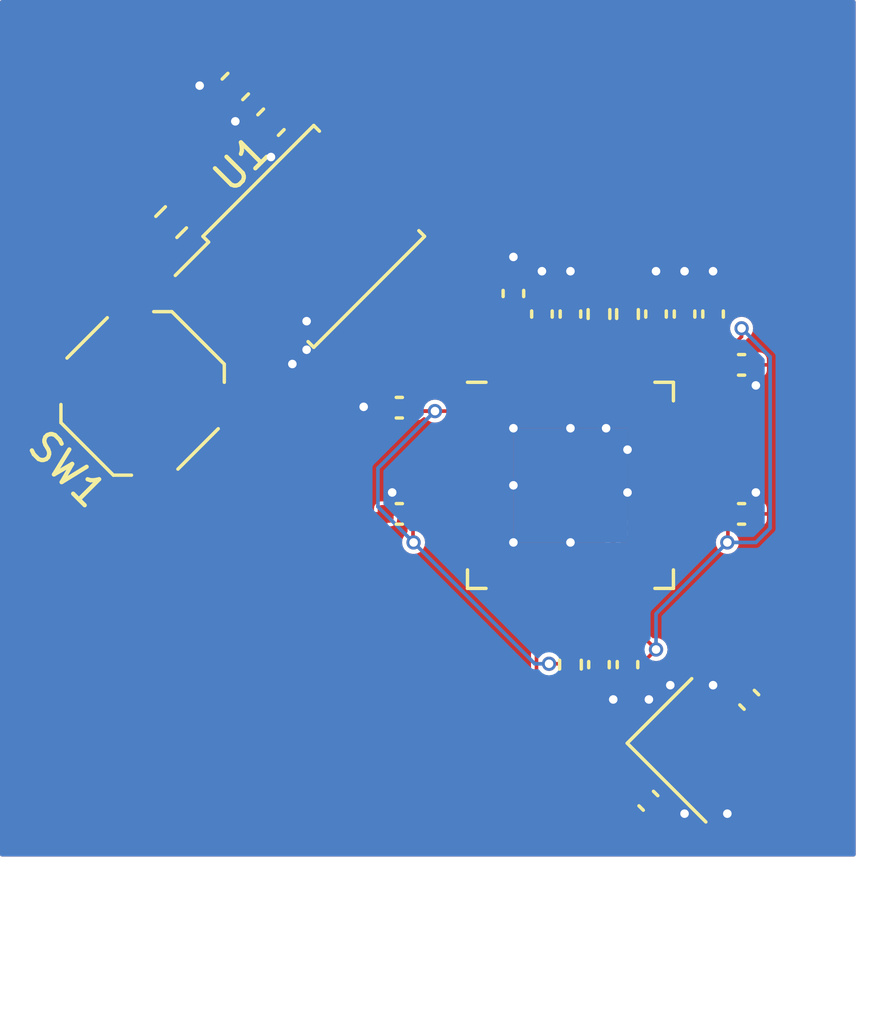
<source format=kicad_pcb>
(kicad_pcb (version 20221018) (generator pcbnew)
  (title_block (title "RP2040 Base") (date "2023-07-25") (rev "0.2") (company "https://github.com/TT-392/RP2040-base"))
  (layers (0 "F.Cu" signal) (31 "B.Cu" signal) (34 "B.Paste" user) (35 "F.Paste" user) (36 "B.SilkS" user "B.Silkscreen") (37 "F.SilkS" user "F.Silkscreen") (38 "B.Mask" user) (39 "F.Mask" user) (44 "Edge.Cuts" user))
  (net 0 "")
  (net 1 "/1V1")
  (net 2 "/VIN")
  (net 3 "/GND")
  (net 4 "/XIN")
  (net 5 "Net-(C32-Pad1)")
  (net 6 "Net-(U2-USB_DP)")
  (net 7 "/~{USB_BOOT}")
  (net 8 "/USB_D+")
  (net 9 "Net-(U2-USB_DM)")
  (net 10 "/USB_D-")
  (net 11 "/GPIO0")
  (net 12 "/QSPI_SS")
  (net 13 "/XOUT")
  (net 14 "/QSPI_SD1")
  (net 15 "/QSPI_SD2")
  (net 16 "/QSPI_SD0")
  (net 17 "/QSPI_SCLK")
  (net 18 "/QSPI_SD3")
  (net 19 "/GPIO1")
  (net 20 "/GPIO2")
  (net 21 "/GPIO3")
  (net 22 "/GPIO4")
  (net 23 "/GPIO5")
  (net 24 "/GPIO6")
  (net 25 "/GPIO7")
  (net 26 "/GPIO8")
  (net 27 "/GPIO9")
  (net 28 "/GPIO10")
  (net 29 "/GPIO11")
  (net 30 "/GPIO12")
  (net 31 "/GPIO13")
  (net 32 "/GPIO14")
  (net 33 "/GPIO15")
  (net 34 "/SWCLK")
  (net 35 "/SWD")
  (net 36 "/GPIO16")
  (net 37 "/GPIO17")
  (net 38 "/GPIO18")
  (net 39 "/GPIO19")
  (net 40 "/GPIO20")
  (net 41 "/GPIO21")
  (net 42 "/GPIO22")
  (net 43 "/GPIO23")
  (net 44 "/GPIO24")
  (net 45 "/GPIO25")
  (net 46 "/GPIO26_ADC0")
  (net 47 "/GPIO27_ADC1")
  (net 48 "/GPIO28_ADC2")
  (net 49 "/GPIO19_ADC3")
  (footprint "Capacitor_SMD:C_0402_1005Metric" (layer "F.Cu") (at 37.732233 48.047767 -45)
    (fp_text reference "C31" hide)
    (fp_text value "30p")
    (fp_line (start -0.107836 -0.36) (end 0.107836 -0.36) (stroke (width 0.12)) (layer "F.SilkS"))
    (fp_line (start -0.107836 0.36) (end 0.107836 0.36) (stroke (width 0.12)) (layer "F.SilkS"))
    (pad "1" smd roundrect (at -0.48 0 315) (size 0.56 0.62) (layers "F.Cu" "F.Paste" "F.Mask") (net 4 "/XIN"))
    (pad "2" smd roundrect (at 0.48 0 315) (size 0.56 0.62) (layers "F.Cu" "F.Paste" "F.Mask") (net 3 "/GND"))
  )
  (footprint "Capacitor_SMD:C_0603_1608Metric" (layer "F.Cu") (at 23.25 23.03 -135)
    (fp_text reference "C29" hide)
    (fp_text value "100n")
    (fp_line (start -0.14058 -0.51) (end 0.14058 -0.51) (stroke (width 0.12)) (layer "F.SilkS"))
    (fp_line (start -0.14058 0.51) (end 0.14058 0.51) (stroke (width 0.12)) (layer "F.SilkS"))
    (pad "1" smd roundrect (at -0.775 0 225) (size 0.9 0.95) (layers "F.Cu" "F.Paste" "F.Mask") (net 2 "/VIN"))
    (pad "2" smd roundrect (at 0.775 0 225) (size 0.9 0.95) (layers "F.Cu" "F.Paste" "F.Mask") (net 3 "/GND"))
  )
  (footprint "Capacitor_SMD:C_0402_1005Metric" (layer "F.Cu") (at 36 43.28 -90)
    (fp_text reference "C3" hide)
    (fp_text value "100n")
    (fp_line (start -0.107836 -0.36) (end 0.107836 -0.36) (stroke (width 0.12)) (layer "F.SilkS"))
    (fp_line (start -0.107836 0.36) (end 0.107836 0.36) (stroke (width 0.12)) (layer "F.SilkS"))
    (pad "1" smd roundrect (at -0.48 0 270) (size 0.56 0.62) (layers "F.Cu" "F.Paste" "F.Mask") (net 2 "/VIN"))
    (pad "2" smd roundrect (at 0.48 0 270) (size 0.56 0.62) (layers "F.Cu" "F.Paste" "F.Mask") (net 3 "/GND"))
  )
  (footprint "Capacitor_SMD:C_0603_1608Metric" (layer "F.Cu") (at 24.5 24.28 -135)
    (fp_text reference "C30" hide)
    (fp_text value "10n")
    (fp_line (start -0.14058 -0.51) (end 0.14058 -0.51) (stroke (width 0.12)) (layer "F.SilkS"))
    (fp_line (start -0.14058 0.51) (end 0.14058 0.51) (stroke (width 0.12)) (layer "F.SilkS"))
    (pad "1" smd roundrect (at -0.775 0 225) (size 0.9 0.95) (layers "F.Cu" "F.Paste" "F.Mask") (net 2 "/VIN"))
    (pad "2" smd roundrect (at 0.775 0 225) (size 0.9 0.95) (layers "F.Cu" "F.Paste" "F.Mask") (net 3 "/GND"))
  )
  (footprint "Capacitor_SMD:C_0402_1005Metric" (layer "F.Cu") (at 41 32.78)
    (fp_text reference "C1" hide)
    (fp_text value "100n")
    (fp_line (start -0.107836 -0.36) (end 0.107836 -0.36) (stroke (width 0.12)) (layer "F.SilkS"))
    (fp_line (start -0.107836 0.36) (end 0.107836 0.36) (stroke (width 0.12)) (layer "F.SilkS"))
    (pad "1" smd roundrect (at -0.48 0) (size 0.56 0.62) (layers "F.Cu" "F.Paste" "F.Mask") (net 2 "/VIN"))
    (pad "2" smd roundrect (at 0.48 0) (size 0.56 0.62) (layers "F.Cu" "F.Paste" "F.Mask") (net 3 "/GND"))
  )
  (footprint "Capacitor_SMD:C_0402_1005Metric" (layer "F.Cu") (at 34 31 90)
    (fp_text reference "C28" hide)
    (fp_text value "100n")
    (fp_line (start -0.107836 -0.36) (end 0.107836 -0.36) (stroke (width 0.12)) (layer "F.SilkS"))
    (fp_line (start -0.107836 0.36) (end 0.107836 0.36) (stroke (width 0.12)) (layer "F.SilkS"))
    (pad "1" smd roundrect (at -0.48 0 90) (size 0.56 0.62) (layers "F.Cu" "F.Paste" "F.Mask") (net 2 "/VIN"))
    (pad "2" smd roundrect (at 0.48 0 90) (size 0.56 0.62) (layers "F.Cu" "F.Paste" "F.Mask") (net 3 "/GND"))
  )
  (footprint "Resistor_SMD:R_0603_1608Metric" (layer "F.Cu") (at 21 27.78 -135)
    (fp_text reference "R8" hide)
    (fp_text value "1k")
    (fp_line (start -0.237258 -0.5225) (end 0.237258 -0.5225) (stroke (width 0.12)) (layer "F.SilkS"))
    (fp_line (start -0.237258 0.5225) (end 0.237258 0.5225) (stroke (width 0.12)) (layer "F.SilkS"))
    (pad "1" smd roundrect (at -0.825 0 225) (size 0.8 0.95) (layers "F.Cu" "F.Paste" "F.Mask") (net 12 "/QSPI_SS"))
    (pad "2" smd roundrect (at 0.825 0 225) (size 0.8 0.95) (layers "F.Cu" "F.Paste" "F.Mask") (net 7 "/~{USB_BOOT}"))
  )
  (footprint "Capacitor_SMD:C_0402_1005Metric" (layer "F.Cu") (at 29 38 180)
    (fp_text reference "C4" hide)
    (fp_text value "100n")
    (fp_line (start -0.107836 -0.36) (end 0.107836 -0.36) (stroke (width 0.12)) (layer "F.SilkS"))
    (fp_line (start -0.107836 0.36) (end 0.107836 0.36) (stroke (width 0.12)) (layer "F.SilkS"))
    (pad "1" smd roundrect (at -0.48 0 180) (size 0.56 0.62) (layers "F.Cu" "F.Paste" "F.Mask") (net 2 "/VIN"))
    (pad "2" smd roundrect (at 0.48 0 180) (size 0.56 0.62) (layers "F.Cu" "F.Paste" "F.Mask") (net 3 "/GND"))
  )
  (footprint "Crystal:Crystal_SMD_EuroQuartz_MT-4Pin_3.2x2.5mm" (layer "F.Cu") (at 39.5 46.28 -45)
    (fp_text reference "Y2" hide)
    (fp_text value "ECS-120-8-33-JGN-TR3")
    (fp_line (start -1.95 -1.6) (end -1.95 1.6) (stroke (width 0.12)) (layer "F.SilkS"))
    (fp_line (start -1.95 1.6) (end 1.95 1.6) (stroke (width 0.12)) (layer "F.SilkS"))
    (pad "1" smd rect (at -1.1 0.9 315) (size 1.3 1) (layers "F.Cu" "F.Paste" "F.Mask") (net 4 "/XIN"))
    (pad "2" smd rect (at 1.1 0.9 315) (size 1.3 1) (layers "F.Cu" "F.Paste" "F.Mask") (net 3 "/GND"))
    (pad "3" smd rect (at 1.1 -0.9 315) (size 1.3 1) (layers "F.Cu" "F.Paste" "F.Mask") (net 5 "Net-(C32-Pad1)"))
    (pad "4" smd rect (at -1.1 -0.9 315) (size 1.3 1) (layers "F.Cu" "F.Paste" "F.Mask") (net 3 "/GND"))
  )
  (footprint "RP2040_base:TS-1187A" (layer "F.Cu") (at 20 33.78 135)
    (fp_text reference "SW1" (at 0 -3.75 135) (layer "F.SilkS"))
    (fp_text value "SW_Push")
    (fp_line (start -2.75 -1) (end -2.75 1) (stroke (width 0.12)) (layer "F.SilkS"))
    (fp_line (start -1.75 -2.3) (end -1.3 -2.75) (stroke (width 0.12)) (layer "F.SilkS"))
    (fp_line (start -1.75 2.3) (end -1.3 2.75) (stroke (width 0.12)) (layer "F.SilkS"))
    (fp_line (start -1.3 -2.75) (end 1.3 -2.75) (stroke (width 0.12)) (layer "F.SilkS"))
    (fp_line (start -1.3 2.75) (end 1.3 2.75) (stroke (width 0.12)) (layer "F.SilkS"))
    (fp_line (start 1.75 -2.3) (end 1.3 -2.75) (stroke (width 0.12)) (layer "F.SilkS"))
    (fp_line (start 1.75 2.3) (end 1.3 2.75) (stroke (width 0.12)) (layer "F.SilkS"))
    (fp_line (start 2.75 -1) (end 2.75 1) (stroke (width 0.12)) (layer "F.SilkS"))
    (pad "1" smd rect (at -3 -1.875 135) (size 1 0.75) (layers "F.Cu" "F.Paste" "F.Mask") (net 3 "/GND"))
    (pad "1" smd rect (at 3 -1.875 135) (size 1 0.75) (layers "F.Cu" "F.Paste" "F.Mask") (net 3 "/GND"))
    (pad "2" smd rect (at -3 1.875 135) (size 1 0.75) (layers "F.Cu" "F.Paste" "F.Mask") (net 7 "/~{USB_BOOT}"))
    (pad "2" smd rect (at 3 1.875 135) (size 1 0.75) (layers "F.Cu" "F.Paste" "F.Mask") (net 7 "/~{USB_BOOT}"))
  )
  (footprint "Resistor_SMD:R_0402_1005Metric" (layer "F.Cu") (at 35 43.28 -90)
    (fp_text reference "R10" hide)
    (fp_text value "1k")
    (fp_line (start -0.153641 -0.38) (end 0.153641 -0.38) (stroke (width 0.12)) (layer "F.SilkS"))
    (fp_line (start -0.153641 0.38) (end 0.153641 0.38) (stroke (width 0.12)) (layer "F.SilkS"))
    (pad "1" smd roundrect (at -0.51 0 270) (size 0.54 0.64) (layers "F.Cu" "F.Paste" "F.Mask") (net 13 "/XOUT"))
    (pad "2" smd roundrect (at 0.51 0 270) (size 0.54 0.64) (layers "F.Cu" "F.Paste" "F.Mask") (net 5 "Net-(C32-Pad1)"))
  )
  (footprint "Resistor_SMD:R_0402_1005Metric" (layer "F.Cu") (at 37 31 -90)
    (fp_text reference "R7" hide)
    (fp_text value "27")
    (fp_line (start -0.153641 -0.38) (end 0.153641 -0.38) (stroke (width 0.12)) (layer "F.SilkS"))
    (fp_line (start -0.153641 0.38) (end 0.153641 0.38) (stroke (width 0.12)) (layer "F.SilkS"))
    (pad "1" smd roundrect (at -0.51 0 270) (size 0.54 0.64) (layers "F.Cu" "F.Paste" "F.Mask") (net 10 "/USB_D-"))
    (pad "2" smd roundrect (at 0.51 0 270) (size 0.54 0.64) (layers "F.Cu" "F.Paste" "F.Mask") (net 9 "Net-(U2-USB_DM)"))
  )
  (footprint "Capacitor_SMD:C_0402_1005Metric" (layer "F.Cu") (at 33 30.28 90)
    (fp_text reference "C19" hide)
    (fp_text value "100n")
    (fp_line (start -0.107836 -0.36) (end 0.107836 -0.36) (stroke (width 0.12)) (layer "F.SilkS"))
    (fp_line (start -0.107836 0.36) (end 0.107836 0.36) (stroke (width 0.12)) (layer "F.SilkS"))
    (pad "1" smd roundrect (at -0.48 0 90) (size 0.56 0.62) (layers "F.Cu" "F.Paste" "F.Mask") (net 1 "/1V1"))
    (pad "2" smd roundrect (at 0.48 0 90) (size 0.56 0.62) (layers "F.Cu" "F.Paste" "F.Mask") (net 3 "/GND"))
  )
  (footprint "Capacitor_SMD:C_0402_1005Metric" (layer "F.Cu") (at 39 31 90)
    (fp_text reference "C7" hide)
    (fp_text value "1u")
    (fp_line (start -0.107836 -0.36) (end 0.107836 -0.36) (stroke (width 0.12)) (layer "F.SilkS"))
    (fp_line (start -0.107836 0.36) (end 0.107836 0.36) (stroke (width 0.12)) (layer "F.SilkS"))
    (pad "1" smd roundrect (at -0.48 0 90) (size 0.56 0.62) (layers "F.Cu" "F.Paste" "F.Mask") (net 2 "/VIN"))
    (pad "2" smd roundrect (at 0.48 0 90) (size 0.56 0.62) (layers "F.Cu" "F.Paste" "F.Mask") (net 3 "/GND"))
  )
  (footprint "Package_SO:SOIC-8_5.275x5.275mm_P1.27mm" (layer "F.Cu") (at 26 28.28 45)
    (fp_text reference "U1" (at 0 -3.59 45) (layer "F.SilkS"))
    (fp_text value "W25Q16JV")
    (fp_line (start -2.7475 -2.7475) (end -2.7475 -2.465) (stroke (width 0.12)) (layer "F.SilkS"))
    (fp_line (start -2.7475 -2.465) (end -4.4 -2.465) (stroke (width 0.12)) (layer "F.SilkS"))
    (fp_line (start -2.7475 2.7475) (end -2.7475 2.465) (stroke (width 0.12)) (layer "F.SilkS"))
    (fp_line (start 0 -2.7475) (end -2.7475 -2.7475) (stroke (width 0.12)) (layer "F.SilkS"))
    (fp_line (start 0 -2.7475) (end 2.7475 -2.7475) (stroke (width 0.12)) (layer "F.SilkS"))
    (fp_line (start 0 2.7475) (end -2.7475 2.7475) (stroke (width 0.12)) (layer "F.SilkS"))
    (fp_line (start 0 2.7475) (end 2.7475 2.7475) (stroke (width 0.12)) (layer "F.SilkS"))
    (fp_line (start 2.7475 -2.7475) (end 2.7475 -2.465) (stroke (width 0.12)) (layer "F.SilkS"))
    (fp_line (start 2.7475 2.7475) (end 2.7475 2.465) (stroke (width 0.12)) (layer "F.SilkS"))
    (pad "1" smd roundrect (at -3.6 -1.905 45) (size 1.6 0.6) (layers "F.Cu" "F.Paste" "F.Mask") (net 12 "/QSPI_SS"))
    (pad "2" smd roundrect (at -3.6 -0.635 45) (size 1.6 0.6) (layers "F.Cu" "F.Paste" "F.Mask") (net 14 "/QSPI_SD1"))
    (pad "3" smd roundrect (at -3.6 0.635 45) (size 1.6 0.6) (layers "F.Cu" "F.Paste" "F.Mask") (net 15 "/QSPI_SD2"))
    (pad "4" smd roundrect (at -3.6 1.905 45) (size 1.6 0.6) (layers "F.Cu" "F.Paste" "F.Mask") (net 3 "/GND"))
    (pad "5" smd roundrect (at 3.6 1.905 45) (size 1.6 0.6) (layers "F.Cu" "F.Paste" "F.Mask") (net 16 "/QSPI_SD0"))
    (pad "6" smd roundrect (at 3.6 0.635 45) (size 1.6 0.6) (layers "F.Cu" "F.Paste" "F.Mask") (net 17 "/QSPI_SCLK"))
    (pad "7" smd roundrect (at 3.6 -0.635 45) (size 1.6 0.6) (layers "F.Cu" "F.Paste" "F.Mask") (net 18 "/QSPI_SD3"))
    (pad "8" smd roundrect (at 3.6 -1.905 45) (size 1.6 0.6) (layers "F.Cu" "F.Paste" "F.Mask") (net 2 "/VIN"))
  )
  (footprint "Capacitor_SMD:C_0402_1005Metric" (layer "F.Cu") (at 37 43.28 -90)
    (fp_text reference "C18" hide)
    (fp_text value "100n")
    (fp_line (start -0.107836 -0.36) (end 0.107836 -0.36) (stroke (width 0.12)) (layer "F.SilkS"))
    (fp_line (start -0.107836 0.36) (end 0.107836 0.36) (stroke (width 0.12)) (layer "F.SilkS"))
    (pad "1" smd roundrect (at -0.48 0 270) (size 0.56 0.62) (layers "F.Cu" "F.Paste" "F.Mask") (net 1 "/1V1"))
    (pad "2" smd roundrect (at 0.48 0 270) (size 0.56 0.62) (layers "F.Cu" "F.Paste" "F.Mask") (net 3 "/GND"))
  )
  (footprint "Capacitor_SMD:C_0402_1005Metric" (layer "F.Cu") (at 38 31 90)
    (fp_text reference "C6" hide)
    (fp_text value "1u")
    (fp_line (start -0.107836 -0.36) (end 0.107836 -0.36) (stroke (width 0.12)) (layer "F.SilkS"))
    (fp_line (start -0.107836 0.36) (end 0.107836 0.36) (stroke (width 0.12)) (layer "F.SilkS"))
    (pad "1" smd roundrect (at -0.48 0 90) (size 0.56 0.62) (layers "F.Cu" "F.Paste" "F.Mask") (net 1 "/1V1"))
    (pad "2" smd roundrect (at 0.48 0 90) (size 0.56 0.62) (layers "F.Cu" "F.Paste" "F.Mask") (net 3 "/GND"))
  )
  (footprint "Capacitor_SMD:C_0402_1005Metric" (layer "F.Cu") (at 41 38)
    (fp_text reference "C2" hide)
    (fp_text value "100n")
    (fp_line (start -0.107836 -0.36) (end 0.107836 -0.36) (stroke (width 0.12)) (layer "F.SilkS"))
    (fp_line (start -0.107836 0.36) (end 0.107836 0.36) (stroke (width 0.12)) (layer "F.SilkS"))
    (pad "1" smd roundrect (at -0.48 0) (size 0.56 0.62) (layers "F.Cu" "F.Paste" "F.Mask") (net 2 "/VIN"))
    (pad "2" smd roundrect (at 0.48 0) (size 0.56 0.62) (layers "F.Cu" "F.Paste" "F.Mask") (net 3 "/GND"))
  )
  (footprint "Package_DFN_QFN:QFN-56-1EP_7x7mm_P0.4mm_EP3.2x3.2mm" (layer "F.Cu") (at 35 37)
    (fp_text reference "U2" hide)
    (fp_text value "RP2040")
    (fp_line (start -3.61 3.61) (end -3.61 2.96) (stroke (width 0.12)) (layer "F.SilkS"))
    (fp_line (start -2.96 -3.61) (end -3.61 -3.61) (stroke (width 0.12)) (layer "F.SilkS"))
    (fp_line (start -2.96 3.61) (end -3.61 3.61) (stroke (width 0.12)) (layer "F.SilkS"))
    (fp_line (start 2.96 -3.61) (end 3.61 -3.61) (stroke (width 0.12)) (layer "F.SilkS"))
    (fp_line (start 2.96 3.61) (end 3.61 3.61) (stroke (width 0.12)) (layer "F.SilkS"))
    (fp_line (start 3.61 -3.61) (end 3.61 -2.96) (stroke (width 0.12)) (layer "F.SilkS"))
    (fp_line (start 3.61 3.61) (end 3.61 2.96) (stroke (width 0.12)) (layer "F.SilkS"))
    (pad "1" smd roundrect (at -3.4375 -2.6) (size 0.875 0.2) (layers "F.Cu" "F.Paste" "F.Mask") (net 2 "/VIN"))
    (pad "2" smd roundrect (at -3.4375 -2.2) (size 0.875 0.2) (layers "F.Cu" "F.Paste" "F.Mask") (net 11 "/GPIO0"))
    (pad "3" smd roundrect (at -3.4375 -1.8) (size 0.875 0.2) (layers "F.Cu" "F.Paste" "F.Mask") (net 19 "/GPIO1"))
    (pad "4" smd roundrect (at -3.4375 -1.4) (size 0.875 0.2) (layers "F.Cu" "F.Paste" "F.Mask") (net 20 "/GPIO2"))
    (pad "5" smd roundrect (at -3.4375 -1) (size 0.875 0.2) (layers "F.Cu" "F.Paste" "F.Mask") (net 21 "/GPIO3"))
    (pad "6" smd roundrect (at -3.4375 -0.6) (size 0.875 0.2) (layers "F.Cu" "F.Paste" "F.Mask") (net 22 "/GPIO4"))
    (pad "7" smd roundrect (at -3.4375 -0.2) (size 0.875 0.2) (layers "F.Cu" "F.Paste" "F.Mask") (net 23 "/GPIO5"))
    (pad "8" smd roundrect (at -3.4375 0.2) (size 0.875 0.2) (layers "F.Cu" "F.Paste" "F.Mask") (net 24 "/GPIO6"))
    (pad "9" smd roundrect (at -3.4375 0.6) (size 0.875 0.2) (layers "F.Cu" "F.Paste" "F.Mask") (net 25 "/GPIO7"))
    (pad "10" smd roundrect (at -3.4375 1) (size 0.875 0.2) (layers "F.Cu" "F.Paste" "F.Mask") (net 2 "/VIN"))
    (pad "11" smd roundrect (at -3.4375 1.4) (size 0.875 0.2) (layers "F.Cu" "F.Paste" "F.Mask") (net 26 "/GPIO8"))
    (pad "12" smd roundrect (at -3.4375 1.8) (size 0.875 0.2) (layers "F.Cu" "F.Paste" "F.Mask") (net 27 "/GPIO9"))
    (pad "13" smd roundrect (at -3.4375 2.2) (size 0.875 0.2) (layers "F.Cu" "F.Paste" "F.Mask") (net 28 "/GPIO10"))
    (pad "14" smd roundrect (at -3.4375 2.6) (size 0.875 0.2) (layers "F.Cu" "F.Paste" "F.Mask") (net 29 "/GPIO11"))
    (pad "15" smd roundrect (at -2.6 3.4375) (size 0.2 0.875) (layers "F.Cu" "F.Paste" "F.Mask") (net 30 "/GPIO12"))
    (pad "16" smd roundrect (at -2.2 3.4375) (size 0.2 0.875) (layers "F.Cu" "F.Paste" "F.Mask") (net 31 "/GPIO13"))
    (pad "17" smd roundrect (at -1.8 3.4375) (size 0.2 0.875) (layers "F.Cu" "F.Paste" "F.Mask") (net 32 "/GPIO14"))
    (pad "18" smd roundrect (at -1.4 3.4375) (size 0.2 0.875) (layers "F.Cu" "F.Paste" "F.Mask") (net 33 "/GPIO15"))
    (pad "19" smd roundrect (at -1 3.4375) (size 0.2 0.875) (layers "F.Cu" "F.Paste" "F.Mask") (net 3 "/GND"))
    (pad "20" smd roundrect (at -0.6 3.4375) (size 0.2 0.875) (layers "F.Cu" "F.Paste" "F.Mask") (net 4 "/XIN"))
    (pad "21" smd roundrect (at -0.2 3.4375) (size 0.2 0.875) (layers "F.Cu" "F.Paste" "F.Mask") (net 13 "/XOUT"))
    (pad "22" smd roundrect (at 0.2 3.4375) (size 0.2 0.875) (layers "F.Cu" "F.Paste" "F.Mask") (net 2 "/VIN"))
    (pad "23" smd roundrect (at 0.6 3.4375) (size 0.2 0.875) (layers "F.Cu" "F.Paste" "F.Mask") (net 1 "/1V1"))
    (pad "24" smd roundrect (at 1 3.4375) (size 0.2 0.875) (layers "F.Cu" "F.Paste" "F.Mask") (net 34 "/SWCLK"))
    (pad "25" smd roundrect (at 1.4 3.4375) (size 0.2 0.875) (layers "F.Cu" "F.Paste" "F.Mask") (net 35 "/SWD"))
    (pad "26" smd roundrect (at 1.8 3.4375) (size 0.2 0.875) (layers "F.Cu" "F.Paste" "F.Mask") (net 2 "/VIN"))
    (pad "27" smd roundrect (at 2.2 3.4375) (size 0.2 0.875) (layers "F.Cu" "F.Paste" "F.Mask") (net 36 "/GPIO16"))
    (pad "28" smd roundrect (at 2.6 3.4375) (size 0.2 0.875) (layers "F.Cu" "F.Paste" "F.Mask") (net 37 "/GPIO17"))
    (pad "29" smd roundrect (at 3.4375 2.6) (size 0.875 0.2) (layers "F.Cu" "F.Paste" "F.Mask") (net 38 "/GPIO18"))
    (pad "30" smd roundrect (at 3.4375 2.2) (size 0.875 0.2) (layers "F.Cu" "F.Paste" "F.Mask") (net 39 "/GPIO19"))
    (pad "31" smd roundrect (at 3.4375 1.8) (size 0.875 0.2) (layers "F.Cu" "F.Paste" "F.Mask") (net 40 "/GPIO20"))
    (pad "32" smd roundrect (at 3.4375 1.4) (size 0.875 0.2) (layers "F.Cu" "F.Paste" "F.Mask") (net 41 "/GPIO21"))
    (pad "33" smd roundrect (at 3.4375 1) (size 0.875 0.2) (layers "F.Cu" "F.Paste" "F.Mask") (net 2 "/VIN"))
    (pad "34" smd roundrect (at 3.4375 0.6) (size 0.875 0.2) (layers "F.Cu" "F.Paste" "F.Mask") (net 42 "/GPIO22"))
    (pad "35" smd roundrect (at 3.4375 0.2) (size 0.875 0.2) (layers "F.Cu" "F.Paste" "F.Mask") (net 43 "/GPIO23"))
    (pad "36" smd roundrect (at 3.4375 -0.2) (size 0.875 0.2) (layers "F.Cu" "F.Paste" "F.Mask") (net 44 "/GPIO24"))
    (pad "37" smd roundrect (at 3.4375 -0.6) (size 0.875 0.2) (layers "F.Cu" "F.Paste" "F.Mask") (net 45 "/GPIO25"))
    (pad "38" smd roundrect (at 3.4375 -1) (size 0.875 0.2) (layers "F.Cu" "F.Paste" "F.Mask") (net 46 "/GPIO26_ADC0"))
    (pad "39" smd roundrect (at 3.4375 -1.4) (size 0.875 0.2) (layers "F.Cu" "F.Paste" "F.Mask") (net 47 "/GPIO27_ADC1"))
    (pad "40" smd roundrect (at 3.4375 -1.8) (size 0.875 0.2) (layers "F.Cu" "F.Paste" "F.Mask") (net 48 "/GPIO28_ADC2"))
    (pad "41" smd roundrect (at 3.4375 -2.2) (size 0.875 0.2) (layers "F.Cu" "F.Paste" "F.Mask") (net 49 "/GPIO19_ADC3"))
    (pad "42" smd roundrect (at 3.4375 -2.6) (size 0.875 0.2) (layers "F.Cu" "F.Paste" "F.Mask") (net 2 "/VIN"))
    (pad "43" smd roundrect (at 2.6 -3.4375) (size 0.2 0.875) (layers "F.Cu" "F.Paste" "F.Mask") (net 2 "/VIN"))
    (pad "44" smd roundrect (at 2.2 -3.4375) (size 0.2 0.875) (layers "F.Cu" "F.Paste" "F.Mask") (net 2 "/VIN"))
    (pad "45" smd roundrect (at 1.8 -3.4375) (size 0.2 0.875) (layers "F.Cu" "F.Paste" "F.Mask") (net 1 "/1V1"))
    (pad "46" smd roundrect (at 1.4 -3.4375) (size 0.2 0.875) (layers "F.Cu" "F.Paste" "F.Mask") (net 9 "Net-(U2-USB_DM)"))
    (pad "47" smd roundrect (at 1 -3.4375) (size 0.2 0.875) (layers "F.Cu" "F.Paste" "F.Mask") (net 6 "Net-(U2-USB_DP)"))
    (pad "48" smd roundrect (at 0.6 -3.4375) (size 0.2 0.875) (layers "F.Cu" "F.Paste" "F.Mask") (net 2 "/VIN"))
    (pad "49" smd roundrect (at 0.2 -3.4375) (size 0.2 0.875) (layers "F.Cu" "F.Paste" "F.Mask") (net 2 "/VIN"))
    (pad "50" smd roundrect (at -0.2 -3.4375) (size 0.2 0.875) (layers "F.Cu" "F.Paste" "F.Mask") (net 1 "/1V1"))
    (pad "51" smd roundrect (at -0.6 -3.4375) (size 0.2 0.875) (layers "F.Cu" "F.Paste" "F.Mask") (net 18 "/QSPI_SD3"))
    (pad "52" smd roundrect (at -1 -3.4375) (size 0.2 0.875) (layers "F.Cu" "F.Paste" "F.Mask") (net 17 "/QSPI_SCLK"))
    (pad "53" smd roundrect (at -1.4 -3.4375) (size 0.2 0.875) (layers "F.Cu" "F.Paste" "F.Mask") (net 16 "/QSPI_SD0"))
    (pad "54" smd roundrect (at -1.8 -3.4375) (size 0.2 0.875) (layers "F.Cu" "F.Paste" "F.Mask") (net 15 "/QSPI_SD2"))
    (pad "55" smd roundrect (at -2.2 -3.4375) (size 0.2 0.875) (layers "F.Cu" "F.Paste" "F.Mask") (net 14 "/QSPI_SD1"))
    (pad "56" smd roundrect (at -2.6 -3.4375) (size 0.2 0.875) (layers "F.Cu" "F.Paste" "F.Mask") (net 12 "/QSPI_SS"))
    (pad "57" smd rect (at 0 0) (size 3.2 3.2) (layers "F.Cu" "F.Mask") (net 3 "/GND"))
  )
  (footprint "Capacitor_SMD:C_0402_1005Metric" (layer "F.Cu") (at 35 31 90)
    (fp_text reference "C9" hide)
    (fp_text value "100n")
    (fp_line (start -0.107836 -0.36) (end 0.107836 -0.36) (stroke (width 0.12)) (layer "F.SilkS"))
    (fp_line (start -0.107836 0.36) (end 0.107836 0.36) (stroke (width 0.12)) (layer "F.SilkS"))
    (pad "1" smd roundrect (at -0.48 0 90) (size 0.56 0.62) (layers "F.Cu" "F.Paste" "F.Mask") (net 2 "/VIN"))
    (pad "2" smd roundrect (at 0.48 0 90) (size 0.56 0.62) (layers "F.Cu" "F.Paste" "F.Mask") (net 3 "/GND"))
  )
  (footprint "Capacitor_SMD:C_0402_1005Metric" (layer "F.Cu") (at 40 31 90)
    (fp_text reference "C8" hide)
    (fp_text value "100n")
    (fp_line (start -0.107836 -0.36) (end 0.107836 -0.36) (stroke (width 0.12)) (layer "F.SilkS"))
    (fp_line (start -0.107836 0.36) (end 0.107836 0.36) (stroke (width 0.12)) (layer "F.SilkS"))
    (pad "1" smd roundrect (at -0.48 0 90) (size 0.56 0.62) (layers "F.Cu" "F.Paste" "F.Mask") (net 2 "/VIN"))
    (pad "2" smd roundrect (at 0.48 0 90) (size 0.56 0.62) (layers "F.Cu" "F.Paste" "F.Mask") (net 3 "/GND"))
  )
  (footprint "Capacitor_SMD:C_0402_1005Metric" (layer "F.Cu") (at 29 34.28 180)
    (fp_text reference "C5" hide)
    (fp_text value "100n")
    (fp_line (start -0.107836 -0.36) (end 0.107836 -0.36) (stroke (width 0.12)) (layer "F.SilkS"))
    (fp_line (start -0.107836 0.36) (end 0.107836 0.36) (stroke (width 0.12)) (layer "F.SilkS"))
    (pad "1" smd roundrect (at -0.48 0 180) (size 0.56 0.62) (layers "F.Cu" "F.Paste" "F.Mask") (net 2 "/VIN"))
    (pad "2" smd roundrect (at 0.48 0 180) (size 0.56 0.62) (layers "F.Cu" "F.Paste" "F.Mask") (net 3 "/GND"))
  )
  (footprint "Capacitor_SMD:C_0402_1005Metric" (layer "F.Cu") (at 41.267767 44.512233 135)
    (fp_text reference "C32" hide)
    (fp_text value "30p")
    (fp_line (start -0.107836 -0.36) (end 0.107836 -0.36) (stroke (width 0.12)) (layer "F.SilkS"))
    (fp_line (start -0.107836 0.36) (end 0.107836 0.36) (stroke (width 0.12)) (layer "F.SilkS"))
    (pad "1" smd roundrect (at -0.48 0 135) (size 0.56 0.62) (layers "F.Cu" "F.Paste" "F.Mask") (net 5 "Net-(C32-Pad1)"))
    (pad "2" smd roundrect (at 0.48 0 135) (size 0.56 0.62) (layers "F.Cu" "F.Paste" "F.Mask") (net 3 "/GND"))
  )
  (footprint "Resistor_SMD:R_0402_1005Metric" (layer "F.Cu") (at 36 31 -90)
    (fp_text reference "R6" hide)
    (fp_text value "27")
    (fp_line (start -0.153641 -0.38) (end 0.153641 -0.38) (stroke (width 0.12)) (layer "F.SilkS"))
    (fp_line (start -0.153641 0.38) (end 0.153641 0.38) (stroke (width 0.12)) (layer "F.SilkS"))
    (pad "1" smd roundrect (at -0.51 0 270) (size 0.54 0.64) (layers "F.Cu" "F.Paste" "F.Mask") (net 8 "/USB_D+"))
    (pad "2" smd roundrect (at 0.51 0 270) (size 0.54 0.64) (layers "F.Cu" "F.Paste" "F.Mask") (net 6 "Net-(U2-USB_DP)"))
  )
  (segment (start 36.8 33.940118) (end 36.549618 34.1905) (width 0.127) (layer "F.Cu") (net 1))
  (segment (start 34.8 33.167982) (end 34.8 33.5625) (width 0.127) (layer "F.Cu") (net 1))
  (segment (start 36.8 33.5625) (end 36.8 33.940118) (width 0.127) (layer "F.Cu") (net 1))
  (segment (start 35.6 41.4) (end 35.6 40.4375) (width 0.127) (layer "F.Cu") (net 1))
  (segment (start 33 30.76) (end 33 31.367982) (width 0.127) (layer "F.Cu") (net 1))
  (segment (start 37.5 38) (end 37.5 35.140882) (width 0.127) (layer "F.Cu") (net 1))
  (segment (start 33 31.367982) (end 34.8 33.167982) (width 0.127) (layer "F.Cu") (net 1))
  (segment (start 36.549618 34.1905) (end 35.050382 34.1905) (width 0.127) (layer "F.Cu") (net 1))
  (segment (start 35.6 40.4375) (end 35.6 39.9) (width 0.127) (layer "F.Cu") (net 1))
  (segment (start 38 31.48) (end 36.8 32.68) (width 0.127) (layer "F.Cu") (net 1))
  (segment (start 35.6 39.9) (end 37.5 38) (width 0.127) (layer "F.Cu") (net 1))
  (segment (start 35.050382 34.1905) (end 34.8 33.940118) (width 0.127) (layer "F.Cu") (net 1))
  (segment (start 37.5 35.140882) (end 36.549618 34.1905) (width 0.127) (layer "F.Cu") (net 1))
  (segment (start 36.8 32.68) (end 36.8 33.5625) (width 0.127) (layer "F.Cu") (net 1))
  (segment (start 37 42.8) (end 35.6 41.4) (width 0.127) (layer "F.Cu") (net 1))
  (segment (start 34.8 33.940118) (end 34.8 33.5625) (width 0.127) (layer "F.Cu") (net 1))
  (segment (start 29.5 39) (end 29.48 38.98) (width 0.127) (layer "F.Cu") (net 2))
  (segment (start 38.2 32.28) (end 38 32.28) (width 0.127) (layer "F.Cu") (net 2))
  (segment (start 40.52 32.78) (end 40.52 32.27) (width 0.127) (layer "F.Cu") (net 2))
  (segment (start 38 32.78) (end 37.6 33.18) (width 0.127) (layer "F.Cu") (net 2))
  (segment (start 37.4795 43.2705) (end 36.4705 43.2705) (width 0.127) (layer "F.Cu") (net 2))
  (segment (start 27.585923 24) (end 27.198546 24.387377) (width 0.127) (layer "F.Cu") (net 2))
  (segment (start 36 42.8) (end 35.2 42) (width 0.127) (layer "F.Cu") (net 2))
  (segment (start 38.5295 31.0095) (end 39 31.48) (width 0.127) (layer "F.Cu") (net 2))
  (segment (start 35 31.78) (end 35.6 32.38) (width 0.127) (layer "F.Cu") (net 2))
  (segment (start 38.4375 34.4) (end 38.9 34.4) (width 0.127) (layer "F.Cu") (net 2))
  (segment (start 39.5 38) (end 38.4375 38) (width 0.127) (layer "F.Cu") (net 2))
  (segment (start 34.02 31.5) (end 34.98 31.5) (width 0.127) (layer "F.Cu") (net 2))
  (segment (start 29.48 38.98) (end 29.48 38) (width 0.127) (layer "F.Cu") (net 2))
  (segment (start 35.55 43.25) (end 34.25 43.25) (width 0.127) (layer "F.Cu") (net 2))
  (segment (start 29.6 34.4) (end 29.48 34.28) (width 0.127) (layer "F.Cu") (net 2))
  (segment (start 40.52 38) (end 40.52 38.98) (width 0.127) (layer "F.Cu") (net 2))
  (segment (start 40 31.75) (end 40.52 32.27) (width 0.127) (layer "F.Cu") (net 2))
  (segment (start 39.5 38) (end 40.52 38) (width 0.127) (layer "F.Cu") (net 2))
  (segment (start 34 31.78) (end 35.2 32.98) (width 0.127) (layer "F.Cu") (net 2))
  (segment (start 35.02 31.48) (end 35.4905 31.0095) (width 0.127) (layer "F.Cu") (net 2))
  (segment (start 36.4705 43.2705) (end 36 42.8) (width 0.127) (layer "F.Cu") (net 2))
  (segment (start 40 31.48) (end 40 31.75) (width 0.127) (layer "F.Cu") (net 2))
  (segment (start 39 31.48) (end 40 31.48) (width 0.127) (layer "F.Cu") (net 2))
  (segment (start 40.52 32.27) (end 41 31.79) (width 0.127) (layer "F.Cu") (net 2))
  (segment (start 37.2 33.08) (end 37.2 33.5625) (width 0.127) (layer "F.Cu") (net 2))
  (segment (start 38.9 34.4) (end 40.52 32.78) (width 0.127) (layer "F.Cu") (net 2))
  (segment (start 38 42.75) (end 36.8 41.55) (width 0.127) (layer "F.Cu") (net 2))
  (segment (start 38 32.28) (end 37.2 33.08) (width 0.127) (layer "F.Cu") (net 2))
  (segment (start 34.98 31.5) (end 35 31.48) (width 0.127) (layer "F.Cu") (net 2))
  (segment (start 40.52 38.98) (end 40.5 39) (width 0.127) (layer "F.Cu") (net 2))
  (segment (start 29.48 38) (end 31.5625 38) (width 0.127) (layer "F.Cu") (net 2))
  (segment (start 38 42.75) (end 37.4795 43.2705) (width 0.127) (layer "F.Cu") (net 2))
  (segment (start 35 31.48) (end 35.02 31.48) (width 0.127) (layer "F.Cu") (net 2))
  (segment (start 28.93842 24) (end 27.585923 24) (width 0.127) (layer "F.Cu") (net 2))
  (segment (start 29.48 38) (end 29.48 37.919639) (width 0.127) (layer "F.Cu") (net 2))
  (segment (start 40 31.48) (end 38.7 32.78) (width 0.127) (layer "F.Cu") (net 2))
  (segment (start 34 31.48) (end 34 31.78) (width 0.127) (layer "F.Cu") (net 2))
  (segment (start 36.8 41.55) (end 36.8 40.4375) (width 0.127) (layer "F.Cu") (net 2))
  (segment (start 33.5 28.56158) (end 28.93842 24) (width 0.127) (layer "F.Cu") (net 2))
  (segment (start 33.5 30.98) (end 33.5 28.56158) (width 0.127) (layer "F.Cu") (net 2))
  (segment (start 30.25 34.4) (end 29.6 34.4) (width 0.127) (layer "F.Cu") (net 2))
  (segment (start 35 31.48) (end 35 31.78) (width 0.127) (layer "F.Cu") (net 2))
  (segment (start 35.2 32.98) (end 35.2 33.5625) (width 0.127) (layer "F.Cu") (net 2))
  (segment (start 31.5625 34.4) (end 29.6 34.4) (width 0.127) (layer "F.Cu") (net 2))
  (segment (start 26.096016 24.78) (end 26.805923 24.78) (width 0.127) (layer "F.Cu") (net 2))
  (segment (start 38.7 32.78) (end 38 32.78) (width 0.127) (layer "F.Cu") (net 2))
  (segment (start 39 31.48) (end 38.2 32.28) (width 0.127) (layer "F.Cu") (net 2))
  (segment (start 36 42.8) (end 35.55 43.25) (width 0.127) (layer "F.Cu") (net 2))
  (segment (start 35.2 42) (end 35.2 40.4375) (width 0.127) (layer "F.Cu") (net 2))
  (segment (start 26.805923 24.78) (end 27.198546 24.387377) (width 0.127) (layer "F.Cu") (net 2))
  (segment (start 35.6 32.38) (end 35.6 33.5625) (width 0.127) (layer "F.Cu") (net 2))
  (segment (start 37.6 33.18) (end 37.6 33.5625) (width 0.127) (layer "F.Cu") (net 2))
  (segment (start 34 31.48) (end 33.5 30.98) (width 0.127) (layer "F.Cu") (net 2))
  (segment (start 41 31.79) (end 41 31.5) (width 0.127) (layer "F.Cu") (net 2))
  (segment (start 23.798008 22.481992) (end 26.096016 24.78) (width 0.127) (layer "F.Cu") (net 2))
  (segment (start 34 31.48) (end 34.02 31.5) (width 0.127) (layer "F.Cu") (net 2))
  (segment (start 35.4905 31.0095) (end 38.5295 31.0095) (width 0.127) (layer "F.Cu") (net 2))
  (via (at 29.5 39) (size 0.5) (drill 0.3) (layers "F.Cu" "B.Cu") (net 2))
  (via (at 34.25 43.25) (size 0.5) (drill 0.3) (layers "F.Cu" "B.Cu") (net 2))
  (via (at 40.5 39) (size 0.5) (drill 0.3) (layers "F.Cu" "B.Cu") (net 2))
  (via (at 41 31.5) (size 0.5) (drill 0.3) (layers "F.Cu" "B.Cu") (net 2))
  (via (at 30.25 34.4) (size 0.5) (drill 0.3) (layers "F.Cu" "B.Cu") (net 2))
  (via (at 38 42.75) (size 0.5) (drill 0.3) (layers "F.Cu" "B.Cu") (net 2))
  (segment (start 42 38.5) (end 42 32.5) (width 0.127) (layer "B.Cu") (net 2))
  (segment (start 42 32.5) (end 41 31.5) (width 0.127) (layer "B.Cu") (net 2))
  (segment (start 29.5 39) (end 28.25 37.75) (width 0.127) (layer "B.Cu") (net 2))
  (segment (start 41.5 39) (end 42 38.5) (width 0.127) (layer "B.Cu") (net 2))
  (segment (start 28.25 37.75) (end 28.25 36.4) (width 0.127) (layer "B.Cu") (net 2))
  (segment (start 38 41.5) (end 38 42.75) (width 0.127) (layer "B.Cu") (net 2))
  (segment (start 40.5 39) (end 41.5 39) (width 0.127) (layer "B.Cu") (net 2))
  (segment (start 29.5 39) (end 33.75 43.25) (width 0.127) (layer "B.Cu") (net 2))
  (segment (start 28.25 36.4) (end 30.25 34.4) (width 0.127) (layer "B.Cu") (net 2))
  (segment (start 33.75 43.25) (end 34.25 43.25) (width 0.127) (layer "B.Cu") (net 2))
  (segment (start 40.5 39) (end 38 41.5) (width 0.127) (layer "B.Cu") (net 2))
  (via (at 38 29.5) (size 0.5) (drill 0.3) (layers "F.Cu" "B.Cu") (net 3))
  (via (at 28.75 37.25) (size 0.5) (drill 0.3) (layers "F.Cu" "B.Cu") (net 3))
  (via (at 37 37.25) (size 0.5) (drill 0.3) (layers "F.Cu" "B.Cu") (net 3))
  (via (at 33 29) (size 0.5) (drill 0.3) (layers "F.Cu" "B.Cu") (net 3))
  (via (at 35 35) (size 0.5) (drill 0.3) (layers "F.Cu" "B.Cu") (net 3))
  (via (at 36.25 35) (size 0.5) (drill 0.3) (layers "F.Cu" "B.Cu") (net 3))
  (via (at 25.25 32.75) (size 0.5) (drill 0.3) (layers "F.Cu" "B.Cu") (net 3))
  (via (at 40 29.5) (size 0.5) (drill 0.3) (layers "F.Cu" "B.Cu") (net 3))
  (via (at 41.5 37.25) (size 0.5) (drill 0.3) (layers "F.Cu" "B.Cu") (net 3))
  (via (at 37.75 44.5) (size 0.5) (drill 0.3) (layers "F.Cu" "B.Cu") (net 3))
  (via (at 33 37) (size 0.5) (drill 0.3) (layers "F.Cu" "B.Cu") (net 3))
  (via (at 33 35) (size 0.5) (drill 0.3) (layers "F.Cu" "B.Cu") (net 3))
  (via (at 34 29.5) (size 0.5) (drill 0.3) (layers "F.Cu" "B.Cu") (net 3))
  (via (at 25.75 31.25) (size 0.5) (drill 0.3) (layers "F.Cu" "B.Cu") (net 3))
  (via (at 35 39) (size 0.5) (drill 0.3) (layers "F.Cu" "B.Cu") (net 3))
  (via (at 35 29.5) (size 0.5) (drill 0.3) (layers "F.Cu" "B.Cu") (net 3))
  (via (at 41.5 33.5) (size 0.5) (drill 0.3) (layers "F.Cu" "B.Cu") (net 3))
  (via (at 25.75 32.25) (size 0.5) (drill 0.3) (layers "F.Cu" "B.Cu") (net 3))
  (via (at 22 23) (size 0.5) (drill 0.3) (layers "F.Cu" "B.Cu") (net 3))
  (via (at 38.5 44) (size 0.5) (drill 0.3) (layers "F.Cu" "B.Cu") (net 3))
  (via (at 27.75 34.25) (size 0.5) (drill 0.3) (layers "F.Cu" "B.Cu") (net 3))
  (via (at 37 35.75) (size 0.5) (drill 0.3) (layers "F.Cu" "B.Cu") (net 3))
  (via (at 40 44) (size 0.5) (drill 0.3) (layers "F.Cu" "B.Cu") (net 3))
  (via (at 23.25 24.25) (size 0.5) (drill 0.3) (layers "F.Cu" "B.Cu") (net 3))
  (via (at 39 48.5) (size 0.5) (drill 0.3) (layers "F.Cu" "B.Cu") (net 3))
  (via (at 36.5 44.5) (size 0.5) (drill 0.3) (layers "F.Cu" "B.Cu") (net 3))
  (via (at 39 29.5) (size 0.5) (drill 0.3) (layers "F.Cu" "B.Cu") (net 3))
  (via (at 40.5 48.5) (size 0.5) (drill 0.3) (layers "F.Cu" "B.Cu") (net 3))
  (via (at 24.5 25.5) (size 0.5) (drill 0.3) (layers "F.Cu" "B.Cu") (net 3))
  (via (at 33 39) (size 0.5) (drill 0.3) (layers "F.Cu" "B.Cu") (net 3))
  (segment (start 38.085786 46.138579) (end 35.888579 46.138579) (width 0.127) (layer "F.Cu") (net 4))
  (segment (start 35.888579 46.138579) (end 33.8095 44.0595) (width 0.127) (layer "F.Cu") (net 4))
  (segment (start 33.8095 42.9405) (end 34.4 42.35) (width 0.127) (layer "F.Cu") (net 4))
  (segment (start 38.085786 47.015392) (end 38.085786 46.138579) (width 0.127) (layer "F.Cu") (net 4))
  (segment (start 33.8095 44.0595) (end 33.8095 42.9405) (width 0.127) (layer "F.Cu") (net 4))
  (segment (start 34.4 42.35) (end 34.4 40.4375) (width 0.127) (layer "F.Cu") (net 4))
  (segment (start 37.392822 47.708356) (end 38.085786 47.015392) (width 0.127) (layer "F.Cu") (net 4))
  (segment (start 39.937698 46.421421) (end 40.914214 46.421421) (width 0.127) (layer "F.Cu") (net 5))
  (segment (start 35 43.79) (end 36.21 45) (width 0.127) (layer "F.Cu") (net 5))
  (segment (start 38.516277 45) (end 39.937698 46.421421) (width 0.127) (layer "F.Cu") (net 5))
  (segment (start 40.178822 46.28) (end 41.607178 44.851644) (width 0.127) (layer "F.Cu") (net 5))
  (segment (start 36.21 45) (end 38.516277 45) (width 0.127) (layer "F.Cu") (net 5))
  (segment (start 36 31.51) (end 36 33.5625) (width 0.127) (layer "F.Cu") (net 6))
  (segment (start 20.416637 28.363363) (end 19.204505 29.575495) (width 0.127) (layer "F.Cu") (net 7))
  (segment (start 19.204505 29.575495) (end 19.204505 30.332854) (width 0.127) (layer "F.Cu") (net 7))
  (segment (start 23.447146 34.575495) (end 19.204505 30.332854) (width 0.127) (layer "F.Cu") (net 7))
  (segment (start 35.9365 29.826926) (end 35.9365 24.26659) (width 1) (layer "F.Cu") (net 8))
  (segment (start 35.9365 24.26659) (end 35.9365 23.43922) (width 1) (layer "F.Cu") (net 8))
  (segment (start 36 30.49) (end 36 29.890426) (width 0.6) (layer "F.Cu") (net 8))
  (segment (start 36 29.890426) (end 35.9365 29.826926) (width 0.6) (layer "F.Cu") (net 8))
  (segment (start 37 31.51) (end 36.4 32.11) (width 0.127) (layer "F.Cu") (net 9))
  (segment (start 36.4 32.11) (end 36.4 33.5625) (width 0.127) (layer "F.Cu") (net 9))
  (segment (start 37 29.890426) (end 37.0635 29.826926) (width 0.6) (layer "F.Cu") (net 10))
  (segment (start 37 30.49) (end 37 29.890426) (width 0.6) (layer "F.Cu") (net 10))
  (segment (start 37.0635 24.73341) (end 37.0635 23.43922) (width 1) (layer "F.Cu") (net 10))
  (segment (start 37.0635 29.826926) (end 37.0635 24.73341) (width 1) (layer "F.Cu") (net 10))
  (segment (start 21.583363 27.196637) (end 21.583363 28.954532) (width 0.127) (layer "F.Cu") (net 12))
  (segment (start 22.107377 29.478546) (end 21.5 30.085923) (width 0.127) (layer "F.Cu") (net 12))
  (segment (start 24.2825 33.5625) (end 32.4 33.5625) (width 0.127) (layer "F.Cu") (net 12))
  (segment (start 21.5 30.085923) (end 21.5 30.78) (width 0.127) (layer "F.Cu") (net 12))
  (segment (start 21.583363 28.954532) (end 22.107377 29.478546) (width 0.127) (layer "F.Cu") (net 12))
  (segment (start 21.5 30.78) (end 24.2825 33.5625) (width 0.127) (layer "F.Cu") (net 12))
  (segment (start 34.8 42.57) (end 34.8 40.4375) (width 0.127) (layer "F.Cu") (net 13))
  (segment (start 35 42.77) (end 34.8 42.57) (width 0.127) (layer "F.Cu") (net 13))
  (segment (start 32.549618 32.9345) (end 31.8455 32.9345) (width 0.127) (layer "F.Cu") (net 14))
  (segment (start 22.5 30.881975) (end 23.005403 30.376572) (width 0.127) (layer "F.Cu") (net 14))
  (segment (start 31.8455 32.9345) (end 31.5 33.28) (width 0.127) (layer "F.Cu") (net 14))
  (segment (start 32.8 33.5625) (end 32.8 33.184882) (width 0.127) (layer "F.Cu") (net 14))
  (segment (start 32.8 33.184882) (end 32.549618 32.9345) (width 0.127) (layer "F.Cu") (net 14))
  (segment (start 31.5 33.28) (end 24.5 33.28) (width 0.127) (layer "F.Cu") (net 14))
  (segment (start 22.5 31.28) (end 22.5 30.881975) (width 0.127) (layer "F.Cu") (net 14))
  (segment (start 24.5 33.28) (end 22.5 31.28) (width 0.127) (layer "F.Cu") (net 14))
  (segment (start 27.9305 32.6805) (end 32.695618 32.6805) (width 0.127) (layer "F.Cu") (net 15))
  (segment (start 24.398025 30.78) (end 26.03 30.78) (width 0.127) (layer "F.Cu") (net 15))
  (segment (start 33.2 33.184882) (end 33.2 33.5625) (width 0.127) (layer "F.Cu") (net 15))
  (segment (start 23.903428 31.274597) (end 24.398025 30.78) (width 0.127) (layer "F.Cu") (net 15))
  (segment (start 26.03 30.78) (end 27.9305 32.6805) (width 0.127) (layer "F.Cu") (net 15))
  (segment (start 32.695618 32.6805) (end 33.2 33.184882) (width 0.127) (layer "F.Cu") (net 15))
  (segment (start 29.5 27.474077) (end 29.5 29.084882) (width 0.127) (layer "F.Cu") (net 16))
  (segment (start 33.6 33.184882) (end 33.6 33.5625) (width 0.127) (layer "F.Cu") (net 16))
  (segment (start 29.5 29.084882) (end 33.6 33.184882) (width 0.127) (layer "F.Cu") (net 16))
  (segment (start 29.892623 27.081454) (end 29.5 27.474077) (width 0.127) (layer "F.Cu") (net 16))
  (segment (start 30 25.78) (end 29.398025 25.78) (width 0.127) (layer "F.Cu") (net 17))
  (segment (start 30.798808 26.578808) (end 30 25.78) (width 0.127) (layer "F.Cu") (net 17))
  (segment (start 29.398025 25.78) (end 28.994597 26.183428) (width 0.127) (layer "F.Cu") (net 17))
  (segment (start 34 33.178188) (end 30.798808 29.976996) (width 0.127) (layer "F.Cu") (net 17))
  (segment (start 34 33.5625) (end 34 33.178188) (width 0.127) (layer "F.Cu") (net 17))
  (segment (start 30.798808 29.976996) (end 30.798808 26.578808) (width 0.127) (layer "F.Cu") (net 17))
  (segment (start 34.4 33.5625) (end 34.4 33.127192) (width 0.127) (layer "F.Cu") (net 18))
  (segment (start 31.052808 26.473598) (end 29.35921 24.78) (width 0.127) (layer "F.Cu") (net 18))
  (segment (start 29.35921 24.78) (end 28.601975 24.78) (width 0.127) (layer "F.Cu") (net 18))
  (segment (start 31.052808 29.78) (end 31.052808 26.473598) (width 0.127) (layer "F.Cu") (net 18))
  (segment (start 34.4 33.127192) (end 31.052808 29.78) (width 0.127) (layer "F.Cu") (net 18))
  (segment (start 28.601975 24.78) (end 28.096572 25.285403) (width 0.127) (layer "F.Cu") (net 18))
  (zone (net 3) (net_name "/GND") (layers "F&B.Cu") (priority 1) (connect_pads yes (clearance 0.127)) (min_thickness 0.127) (fill yes (thermal_gap 0.127) (thermal_bridge_width 0.127))
    (polygon (pts (xy 37 35) (xy 33 35) (xy 33 39) (xy 37 39)))
  )
  (zone (net 3) (net_name "/GND") (layers "F&B.Cu") (connect_pads (clearance 0.127)) (min_thickness 0.127) (fill yes (thermal_gap 0.127) (thermal_bridge_width 0.127))
    (polygon (pts (xy 15 20) (xy 45 20) (xy 45 50) (xy 15 50)))
  )
)
</source>
